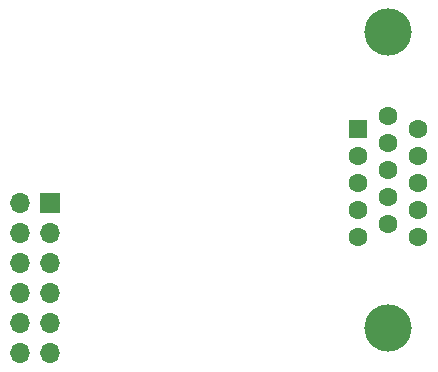
<source format=gbr>
%TF.GenerationSoftware,KiCad,Pcbnew,7.0.9*%
%TF.CreationDate,2023-11-21T15:34:17+01:00*%
%TF.ProjectId,tiny-vga,74696e79-2d76-4676-912e-6b696361645f,v1.0*%
%TF.SameCoordinates,Original*%
%TF.FileFunction,Soldermask,Bot*%
%TF.FilePolarity,Negative*%
%FSLAX46Y46*%
G04 Gerber Fmt 4.6, Leading zero omitted, Abs format (unit mm)*
G04 Created by KiCad (PCBNEW 7.0.9) date 2023-11-21 15:34:17*
%MOMM*%
%LPD*%
G01*
G04 APERTURE LIST*
%ADD10R,1.700000X1.700000*%
%ADD11O,1.700000X1.700000*%
%ADD12C,4.000000*%
%ADD13R,1.600000X1.600000*%
%ADD14C,1.600000*%
G04 APERTURE END LIST*
D10*
%TO.C,J1*%
X132540000Y-79460000D03*
D11*
X132540000Y-82000000D03*
X132540000Y-84540000D03*
X132540000Y-87080000D03*
X132540000Y-89620000D03*
X132540000Y-92160000D03*
X130000000Y-79460000D03*
X130000000Y-82000000D03*
X130000000Y-84540000D03*
X130000000Y-87080000D03*
X130000000Y-89620000D03*
X130000000Y-92160000D03*
%TD*%
D12*
%TO.C,J2*%
X161120000Y-90015000D03*
X161120000Y-65015000D03*
D13*
X158580000Y-73190000D03*
D14*
X158580000Y-75480000D03*
X158580000Y-77770000D03*
X158580000Y-80060000D03*
X158580000Y-82350000D03*
X161120000Y-72045000D03*
X161120000Y-74335000D03*
X161120000Y-76625000D03*
X161120000Y-78915000D03*
X161120000Y-81205000D03*
X163660000Y-73190000D03*
X163660000Y-75480000D03*
X163660000Y-77770000D03*
X163660000Y-80060000D03*
X163660000Y-82350000D03*
%TD*%
M02*

</source>
